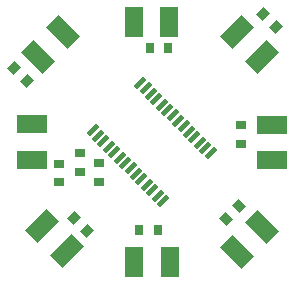
<source format=gtp>
G04*
G04 #@! TF.GenerationSoftware,Altium Limited,Altium Designer,18.1.9 (240)*
G04*
G04 Layer_Color=8421504*
%FSLAX24Y24*%
%MOIN*%
G70*
G01*
G75*
%ADD17R,0.0350X0.0310*%
G04:AMPARAMS|DCode=18|XSize=31mil|YSize=35mil|CornerRadius=0mil|HoleSize=0mil|Usage=FLASHONLY|Rotation=135.000|XOffset=0mil|YOffset=0mil|HoleType=Round|Shape=Rectangle|*
%AMROTATEDRECTD18*
4,1,4,0.0233,0.0014,-0.0014,-0.0233,-0.0233,-0.0014,0.0014,0.0233,0.0233,0.0014,0.0*
%
%ADD18ROTATEDRECTD18*%

%ADD19R,0.0310X0.0350*%
G04:AMPARAMS|DCode=20|XSize=31mil|YSize=35mil|CornerRadius=0mil|HoleSize=0mil|Usage=FLASHONLY|Rotation=45.000|XOffset=0mil|YOffset=0mil|HoleType=Round|Shape=Rectangle|*
%AMROTATEDRECTD20*
4,1,4,0.0014,-0.0233,-0.0233,0.0014,-0.0014,0.0233,0.0233,-0.0014,0.0014,-0.0233,0.0*
%
%ADD20ROTATEDRECTD20*%

G04:AMPARAMS|DCode=21|XSize=102mil|YSize=59mil|CornerRadius=0mil|HoleSize=0mil|Usage=FLASHONLY|Rotation=315.000|XOffset=0mil|YOffset=0mil|HoleType=Round|Shape=Rectangle|*
%AMROTATEDRECTD21*
4,1,4,-0.0569,0.0152,-0.0152,0.0569,0.0569,-0.0152,0.0152,-0.0569,-0.0569,0.0152,0.0*
%
%ADD21ROTATEDRECTD21*%

%ADD22R,0.1020X0.0590*%
G04:AMPARAMS|DCode=23|XSize=102mil|YSize=59mil|CornerRadius=0mil|HoleSize=0mil|Usage=FLASHONLY|Rotation=45.000|XOffset=0mil|YOffset=0mil|HoleType=Round|Shape=Rectangle|*
%AMROTATEDRECTD23*
4,1,4,-0.0152,-0.0569,-0.0569,-0.0152,0.0152,0.0569,0.0569,0.0152,-0.0152,-0.0569,0.0*
%
%ADD23ROTATEDRECTD23*%

%ADD24R,0.0590X0.1020*%
G04:AMPARAMS|DCode=25|XSize=15.7mil|YSize=43.3mil|CornerRadius=0mil|HoleSize=0mil|Usage=FLASHONLY|Rotation=315.000|XOffset=0mil|YOffset=0mil|HoleType=Round|Shape=Rectangle|*
%AMROTATEDRECTD25*
4,1,4,-0.0209,-0.0097,0.0097,0.0209,0.0209,0.0097,-0.0097,-0.0209,-0.0209,-0.0097,0.0*
%
%ADD25ROTATEDRECTD25*%

D17*
X3470Y3910D02*
D03*
X3470Y4530D02*
D03*
X2850Y4240D02*
D03*
X2850Y4860D02*
D03*
X2160Y4520D02*
D03*
X2160Y3900D02*
D03*
X8230Y5800D02*
D03*
X8230Y5180D02*
D03*
D18*
X651Y7719D02*
D03*
X1089Y7281D02*
D03*
X2641Y2699D02*
D03*
X3079Y2261D02*
D03*
X8951Y9509D02*
D03*
X9389Y9071D02*
D03*
D19*
X5450Y2320D02*
D03*
X4830Y2320D02*
D03*
X5180Y8360D02*
D03*
X5800Y8360D02*
D03*
D20*
X7721Y2681D02*
D03*
X8159Y3119D02*
D03*
D21*
X2287Y8917D02*
D03*
X1453Y8083D02*
D03*
X8073Y1583D02*
D03*
X8907Y2417D02*
D03*
D22*
X1250Y5830D02*
D03*
Y4650D02*
D03*
X9250Y4640D02*
D03*
Y5820D02*
D03*
D23*
X1583Y2427D02*
D03*
X2417Y1593D02*
D03*
X8917Y8083D02*
D03*
X8083Y8917D02*
D03*
D24*
X4660Y1240D02*
D03*
X5840D02*
D03*
X5820Y9240D02*
D03*
X4640D02*
D03*
D25*
X3270Y5623D02*
D03*
X3451Y5442D02*
D03*
X3632Y5261D02*
D03*
X3813Y5080D02*
D03*
X3994Y4899D02*
D03*
X4175Y4718D02*
D03*
X4356Y4537D02*
D03*
X4537Y4356D02*
D03*
X4718Y4175D02*
D03*
X4899Y3994D02*
D03*
X5080Y3813D02*
D03*
X5261Y3632D02*
D03*
X5442Y3451D02*
D03*
X5623Y3270D02*
D03*
X4857Y7210D02*
D03*
X5038Y7029D02*
D03*
X5219Y6848D02*
D03*
X5400Y6667D02*
D03*
X5581Y6486D02*
D03*
X5762Y6305D02*
D03*
X5943Y6124D02*
D03*
X6124Y5943D02*
D03*
X6305Y5762D02*
D03*
X6486Y5581D02*
D03*
X6667Y5400D02*
D03*
X6848Y5219D02*
D03*
X7029Y5038D02*
D03*
X7210Y4857D02*
D03*
M02*

</source>
